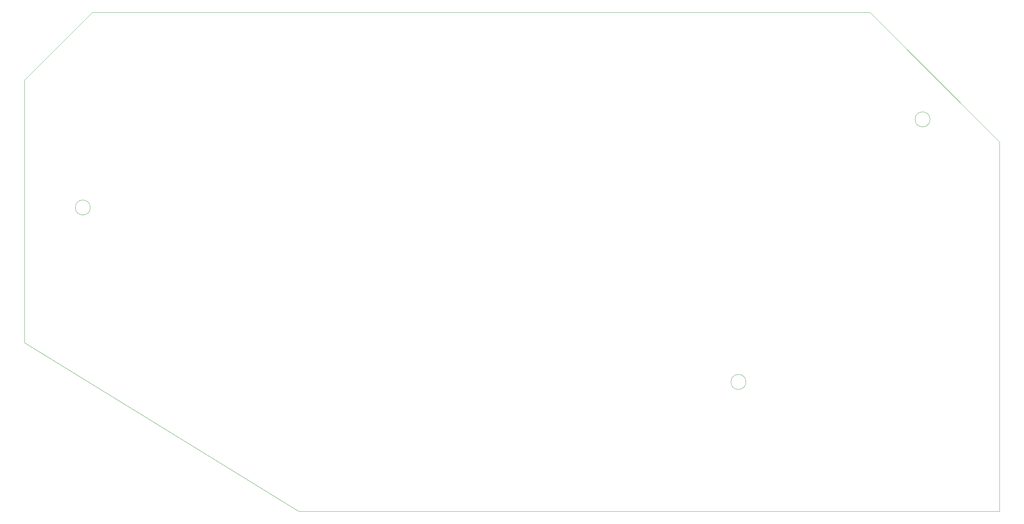
<source format=gbr>
%TF.GenerationSoftware,KiCad,Pcbnew,8.0.8*%
%TF.CreationDate,2025-04-29T22:55:39-07:00*%
%TF.ProjectId,MainBoard_BrooksGen5XMini,4d61696e-426f-4617-9264-5f42726f6f6b,rev?*%
%TF.SameCoordinates,Original*%
%TF.FileFunction,Profile,NP*%
%FSLAX46Y46*%
G04 Gerber Fmt 4.6, Leading zero omitted, Abs format (unit mm)*
G04 Created by KiCad (PCBNEW 8.0.8) date 2025-04-29 22:55:39*
%MOMM*%
%LPD*%
G01*
G04 APERTURE LIST*
%TA.AperFunction,Profile*%
%ADD10C,0.100000*%
%TD*%
G04 APERTURE END LIST*
D10*
X37500000Y-69000000D02*
G75*
G02*
X33500000Y-69000000I-2000000J0D01*
G01*
X33500000Y-69000000D02*
G75*
G02*
X37500000Y-69000000I2000000J0D01*
G01*
X20000000Y-35000000D02*
X38000000Y-17000000D01*
X279500000Y-51500000D02*
X279514000Y-150000000D01*
X245000000Y-17000000D02*
X279500000Y-51500000D01*
X20000000Y-105000000D02*
X20000000Y-35000000D01*
X261000000Y-45500000D02*
G75*
G02*
X257000000Y-45500000I-2000000J0D01*
G01*
X257000000Y-45500000D02*
G75*
G02*
X261000000Y-45500000I2000000J0D01*
G01*
X279514000Y-150000000D02*
X93000000Y-150000000D01*
X212000000Y-115500000D02*
G75*
G02*
X208000000Y-115500000I-2000000J0D01*
G01*
X208000000Y-115500000D02*
G75*
G02*
X212000000Y-115500000I2000000J0D01*
G01*
X20000000Y-105000000D02*
X93000000Y-150000000D01*
X38000000Y-17000000D02*
X245000000Y-17000000D01*
M02*

</source>
